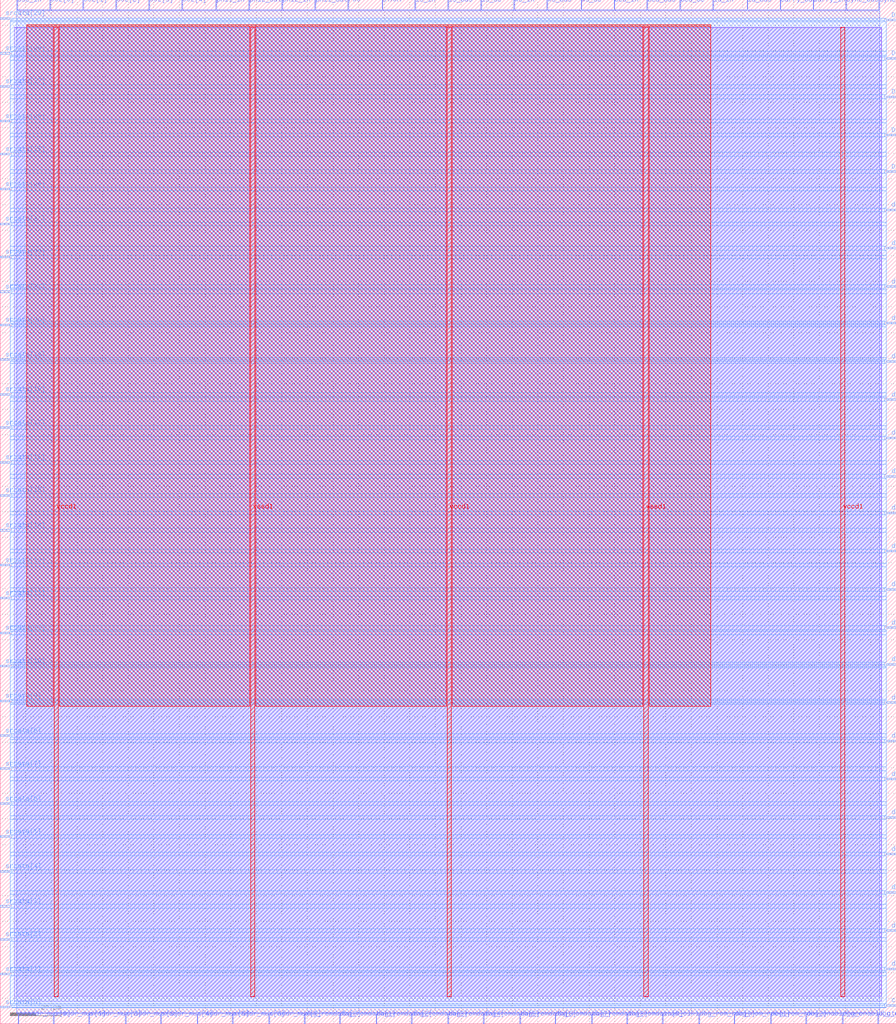
<source format=lef>
VERSION 5.7 ;
  NOWIREEXTENSIONATPIN ON ;
  DIVIDERCHAR "/" ;
  BUSBITCHARS "[]" ;
MACRO hp35_core
  CLASS BLOCK ;
  FOREIGN hp35_core ;
  ORIGIN 0.000 0.000 ;
  SIZE 350.000 BY 400.000 ;
  PIN COL[0]
    DIRECTION INPUT ;
    USE SIGNAL ;
    PORT
      LAYER met2 ;
        RECT 19.410 396.000 19.690 400.000 ;
    END
  END COL[0]
  PIN COL[1]
    DIRECTION INPUT ;
    USE SIGNAL ;
    PORT
      LAYER met2 ;
        RECT 32.290 396.000 32.570 400.000 ;
    END
  END COL[1]
  PIN COL[2]
    DIRECTION INPUT ;
    USE SIGNAL ;
    PORT
      LAYER met2 ;
        RECT 45.170 396.000 45.450 400.000 ;
    END
  END COL[2]
  PIN COL[3]
    DIRECTION INPUT ;
    USE SIGNAL ;
    PORT
      LAYER met2 ;
        RECT 58.050 396.000 58.330 400.000 ;
    END
  END COL[3]
  PIN COL[4]
    DIRECTION INPUT ;
    USE SIGNAL ;
    PORT
      LAYER met2 ;
        RECT 70.930 396.000 71.210 400.000 ;
    END
  END COL[4]
  PIN DD[0]
    DIRECTION OUTPUT TRISTATE ;
    USE SIGNAL ;
    PORT
      LAYER met3 ;
        RECT 346.000 332.560 350.000 333.160 ;
    END
  END DD[0]
  PIN DD[1]
    DIRECTION OUTPUT TRISTATE ;
    USE SIGNAL ;
    PORT
      LAYER met3 ;
        RECT 346.000 346.840 350.000 347.440 ;
    END
  END DD[1]
  PIN DD[2]
    DIRECTION OUTPUT TRISTATE ;
    USE SIGNAL ;
    PORT
      LAYER met3 ;
        RECT 346.000 361.800 350.000 362.400 ;
    END
  END DD[2]
  PIN DD[3]
    DIRECTION OUTPUT TRISTATE ;
    USE SIGNAL ;
    PORT
      LAYER met3 ;
        RECT 346.000 376.760 350.000 377.360 ;
    END
  END DD[3]
  PIN DD[4]
    DIRECTION OUTPUT TRISTATE ;
    USE SIGNAL ;
    PORT
      LAYER met3 ;
        RECT 346.000 391.720 350.000 392.320 ;
    END
  END DD[4]
  PIN PWO
    DIRECTION INPUT ;
    USE SIGNAL ;
    PORT
      LAYER met2 ;
        RECT 135.790 396.000 136.070 400.000 ;
    END
  END PWO
  PIN START
    DIRECTION OUTPUT TRISTATE ;
    USE SIGNAL ;
    PORT
      LAYER met2 ;
        RECT 149.130 396.000 149.410 400.000 ;
    END
  END START
  PIN bcd_bus
    DIRECTION OUTPUT TRISTATE ;
    USE SIGNAL ;
    PORT
      LAYER met2 ;
        RECT 252.630 396.000 252.910 400.000 ;
    END
  END bcd_bus
  PIN bcd_in
    DIRECTION INPUT ;
    USE SIGNAL ;
    PORT
      LAYER met2 ;
        RECT 239.750 396.000 240.030 400.000 ;
    END
  END bcd_in
  PIN bcd_oe
    DIRECTION OUTPUT TRISTATE ;
    USE SIGNAL ;
    PORT
      LAYER met2 ;
        RECT 265.510 396.000 265.790 400.000 ;
    END
  END bcd_oe
  PIN carry_bus
    DIRECTION OUTPUT TRISTATE ;
    USE SIGNAL ;
    PORT
      LAYER met2 ;
        RECT 304.610 396.000 304.890 400.000 ;
    END
  END carry_bus
  PIN carry_in
    DIRECTION INPUT ;
    USE SIGNAL ;
    PORT
      LAYER met2 ;
        RECT 317.490 396.000 317.770 400.000 ;
    END
  END carry_in
  PIN cdiv_rst
    DIRECTION INPUT ;
    USE SIGNAL ;
    PORT
      LAYER met3 ;
        RECT 346.000 6.840 350.000 7.440 ;
    END
  END cdiv_rst
  PIN dbg_arc_a1
    DIRECTION OUTPUT TRISTATE ;
    USE SIGNAL ;
    PORT
      LAYER met3 ;
        RECT 346.000 228.520 350.000 229.120 ;
    END
  END dbg_arc_a1
  PIN dbg_arc_b1
    DIRECTION OUTPUT TRISTATE ;
    USE SIGNAL ;
    PORT
      LAYER met3 ;
        RECT 346.000 243.480 350.000 244.080 ;
    END
  END dbg_arc_b1
  PIN dbg_arc_dummy
    DIRECTION INPUT ;
    USE SIGNAL ;
    PORT
      LAYER met3 ;
        RECT 346.000 184.320 350.000 184.920 ;
    END
  END dbg_arc_dummy
  PIN dbg_arc_t1
    DIRECTION OUTPUT TRISTATE ;
    USE SIGNAL ;
    PORT
      LAYER met3 ;
        RECT 346.000 199.280 350.000 199.880 ;
    END
  END dbg_arc_t1
  PIN dbg_arc_t4
    DIRECTION OUTPUT TRISTATE ;
    USE SIGNAL ;
    PORT
      LAYER met3 ;
        RECT 346.000 213.560 350.000 214.160 ;
    END
  END dbg_arc_t4
  PIN dbg_ctc_kdn
    DIRECTION OUTPUT TRISTATE ;
    USE SIGNAL ;
    PORT
      LAYER met3 ;
        RECT 346.000 80.280 350.000 80.880 ;
    END
  END dbg_ctc_kdn
  PIN dbg_ctc_q[0]
    DIRECTION OUTPUT TRISTATE ;
    USE SIGNAL ;
    PORT
      LAYER met3 ;
        RECT 346.000 95.240 350.000 95.840 ;
    END
  END dbg_ctc_q[0]
  PIN dbg_ctc_q[1]
    DIRECTION OUTPUT TRISTATE ;
    USE SIGNAL ;
    PORT
      LAYER met3 ;
        RECT 346.000 110.200 350.000 110.800 ;
    END
  END dbg_ctc_q[1]
  PIN dbg_ctc_q[2]
    DIRECTION OUTPUT TRISTATE ;
    USE SIGNAL ;
    PORT
      LAYER met3 ;
        RECT 346.000 125.160 350.000 125.760 ;
    END
  END dbg_ctc_q[2]
  PIN dbg_ctc_q[3]
    DIRECTION OUTPUT TRISTATE ;
    USE SIGNAL ;
    PORT
      LAYER met3 ;
        RECT 346.000 140.120 350.000 140.720 ;
    END
  END dbg_ctc_q[3]
  PIN dbg_ctc_q[4]
    DIRECTION OUTPUT TRISTATE ;
    USE SIGNAL ;
    PORT
      LAYER met3 ;
        RECT 346.000 154.400 350.000 155.000 ;
    END
  END dbg_ctc_q[4]
  PIN dbg_ctc_q[5]
    DIRECTION OUTPUT TRISTATE ;
    USE SIGNAL ;
    PORT
      LAYER met3 ;
        RECT 346.000 169.360 350.000 169.960 ;
    END
  END dbg_ctc_q[5]
  PIN dbg_ctc_state1
    DIRECTION OUTPUT TRISTATE ;
    USE SIGNAL ;
    PORT
      LAYER met3 ;
        RECT 346.000 66.000 350.000 66.600 ;
    END
  END dbg_ctc_state1
  PIN dbg_dsbf[0]
    DIRECTION OUTPUT TRISTATE ;
    USE SIGNAL ;
    PORT
      LAYER met3 ;
        RECT 346.000 258.440 350.000 259.040 ;
    END
  END dbg_dsbf[0]
  PIN dbg_dsbf[1]
    DIRECTION OUTPUT TRISTATE ;
    USE SIGNAL ;
    PORT
      LAYER met3 ;
        RECT 346.000 273.400 350.000 274.000 ;
    END
  END dbg_dsbf[1]
  PIN dbg_dsbf[2]
    DIRECTION OUTPUT TRISTATE ;
    USE SIGNAL ;
    PORT
      LAYER met3 ;
        RECT 346.000 287.680 350.000 288.280 ;
    END
  END dbg_dsbf[2]
  PIN dbg_dsbf[3]
    DIRECTION OUTPUT TRISTATE ;
    USE SIGNAL ;
    PORT
      LAYER met3 ;
        RECT 346.000 302.640 350.000 303.240 ;
    END
  END dbg_dsbf[3]
  PIN dbg_dsbf[4]
    DIRECTION OUTPUT TRISTATE ;
    USE SIGNAL ;
    PORT
      LAYER met3 ;
        RECT 346.000 317.600 350.000 318.200 ;
    END
  END dbg_dsbf[4]
  PIN dbg_enable_arc
    DIRECTION INPUT ;
    USE SIGNAL ;
    PORT
      LAYER met2 ;
        RECT 314.730 0.000 315.010 4.000 ;
    END
  END dbg_enable_arc
  PIN dbg_enable_ctc
    DIRECTION INPUT ;
    USE SIGNAL ;
    PORT
      LAYER met2 ;
        RECT 328.990 0.000 329.270 4.000 ;
    END
  END dbg_enable_ctc
  PIN dbg_enable_rom
    DIRECTION INPUT ;
    USE SIGNAL ;
    PORT
      LAYER met2 ;
        RECT 342.790 0.000 343.070 4.000 ;
    END
  END dbg_enable_rom
  PIN dbg_force_data
    DIRECTION INPUT ;
    USE SIGNAL ;
    PORT
      LAYER met3 ;
        RECT 346.000 36.080 350.000 36.680 ;
    END
  END dbg_force_data
  PIN dbg_internal_cdiv
    DIRECTION INPUT ;
    USE SIGNAL ;
    PORT
      LAYER met3 ;
        RECT 346.000 21.120 350.000 21.720 ;
    END
  END dbg_internal_cdiv
  PIN dbg_rom_roe[0]
    DIRECTION OUTPUT TRISTATE ;
    USE SIGNAL ;
    PORT
      LAYER met2 ;
        RECT 272.870 0.000 273.150 4.000 ;
    END
  END dbg_rom_roe[0]
  PIN dbg_rom_roe[1]
    DIRECTION OUTPUT TRISTATE ;
    USE SIGNAL ;
    PORT
      LAYER met2 ;
        RECT 286.670 0.000 286.950 4.000 ;
    END
  END dbg_rom_roe[1]
  PIN dbg_rom_roe[2]
    DIRECTION OUTPUT TRISTATE ;
    USE SIGNAL ;
    PORT
      LAYER met2 ;
        RECT 300.930 0.000 301.210 4.000 ;
    END
  END dbg_rom_roe[2]
  PIN dbg_romdata[0]
    DIRECTION INPUT ;
    USE SIGNAL ;
    PORT
      LAYER met2 ;
        RECT 118.770 0.000 119.050 4.000 ;
    END
  END dbg_romdata[0]
  PIN dbg_romdata[1]
    DIRECTION INPUT ;
    USE SIGNAL ;
    PORT
      LAYER met2 ;
        RECT 132.570 0.000 132.850 4.000 ;
    END
  END dbg_romdata[1]
  PIN dbg_romdata[2]
    DIRECTION INPUT ;
    USE SIGNAL ;
    PORT
      LAYER met2 ;
        RECT 146.830 0.000 147.110 4.000 ;
    END
  END dbg_romdata[2]
  PIN dbg_romdata[3]
    DIRECTION INPUT ;
    USE SIGNAL ;
    PORT
      LAYER met2 ;
        RECT 160.630 0.000 160.910 4.000 ;
    END
  END dbg_romdata[3]
  PIN dbg_romdata[4]
    DIRECTION INPUT ;
    USE SIGNAL ;
    PORT
      LAYER met2 ;
        RECT 174.890 0.000 175.170 4.000 ;
    END
  END dbg_romdata[4]
  PIN dbg_romdata[5]
    DIRECTION INPUT ;
    USE SIGNAL ;
    PORT
      LAYER met2 ;
        RECT 188.690 0.000 188.970 4.000 ;
    END
  END dbg_romdata[5]
  PIN dbg_romdata[6]
    DIRECTION INPUT ;
    USE SIGNAL ;
    PORT
      LAYER met2 ;
        RECT 202.950 0.000 203.230 4.000 ;
    END
  END dbg_romdata[6]
  PIN dbg_romdata[7]
    DIRECTION INPUT ;
    USE SIGNAL ;
    PORT
      LAYER met2 ;
        RECT 216.750 0.000 217.030 4.000 ;
    END
  END dbg_romdata[7]
  PIN dbg_romdata[8]
    DIRECTION INPUT ;
    USE SIGNAL ;
    PORT
      LAYER met2 ;
        RECT 231.010 0.000 231.290 4.000 ;
    END
  END dbg_romdata[8]
  PIN dbg_romdata[9]
    DIRECTION INPUT ;
    USE SIGNAL ;
    PORT
      LAYER met2 ;
        RECT 244.810 0.000 245.090 4.000 ;
    END
  END dbg_romdata[9]
  PIN dbg_sram_csb1
    DIRECTION INPUT ;
    USE SIGNAL ;
    PORT
      LAYER met3 ;
        RECT 346.000 51.040 350.000 51.640 ;
    END
  END dbg_sram_csb1
  PIN ia_bus
    DIRECTION OUTPUT TRISTATE ;
    USE SIGNAL ;
    PORT
      LAYER met2 ;
        RECT 291.730 396.000 292.010 400.000 ;
    END
  END ia_bus
  PIN ia_in
    DIRECTION INPUT ;
    USE SIGNAL ;
    PORT
      LAYER met2 ;
        RECT 278.390 396.000 278.670 400.000 ;
    END
  END ia_in
  PIN is_bus
    DIRECTION OUTPUT TRISTATE ;
    USE SIGNAL ;
    PORT
      LAYER met2 ;
        RECT 174.890 396.000 175.170 400.000 ;
    END
  END is_bus
  PIN is_in
    DIRECTION INPUT ;
    USE SIGNAL ;
    PORT
      LAYER met2 ;
        RECT 162.010 396.000 162.290 400.000 ;
    END
  END is_in
  PIN is_oe
    DIRECTION OUTPUT TRISTATE ;
    USE SIGNAL ;
    PORT
      LAYER met2 ;
        RECT 187.770 396.000 188.050 400.000 ;
    END
  END is_oe
  PIN osc_in
    DIRECTION INPUT ;
    USE SIGNAL ;
    PORT
      LAYER met2 ;
        RECT 6.530 396.000 6.810 400.000 ;
    END
  END osc_in
  PIN phi1_in
    DIRECTION INPUT ;
    USE SIGNAL ;
    PORT
      LAYER met2 ;
        RECT 84.270 396.000 84.550 400.000 ;
    END
  END phi1_in
  PIN phi1_out
    DIRECTION OUTPUT TRISTATE ;
    USE SIGNAL ;
    PORT
      LAYER met2 ;
        RECT 122.910 396.000 123.190 400.000 ;
    END
  END phi1_out
  PIN phi2_in
    DIRECTION INPUT ;
    USE SIGNAL ;
    PORT
      LAYER met2 ;
        RECT 110.030 396.000 110.310 400.000 ;
    END
  END phi2_in
  PIN phi2_out
    DIRECTION OUTPUT TRISTATE ;
    USE SIGNAL ;
    PORT
      LAYER met2 ;
        RECT 97.150 396.000 97.430 400.000 ;
    END
  END phi2_out
  PIN sraddr_mux[0]
    DIRECTION OUTPUT TRISTATE ;
    USE SIGNAL ;
    PORT
      LAYER met2 ;
        RECT 6.990 0.000 7.270 4.000 ;
    END
  END sraddr_mux[0]
  PIN sraddr_mux[1]
    DIRECTION OUTPUT TRISTATE ;
    USE SIGNAL ;
    PORT
      LAYER met2 ;
        RECT 20.790 0.000 21.070 4.000 ;
    END
  END sraddr_mux[1]
  PIN sraddr_mux[2]
    DIRECTION OUTPUT TRISTATE ;
    USE SIGNAL ;
    PORT
      LAYER met2 ;
        RECT 34.590 0.000 34.870 4.000 ;
    END
  END sraddr_mux[2]
  PIN sraddr_mux[3]
    DIRECTION OUTPUT TRISTATE ;
    USE SIGNAL ;
    PORT
      LAYER met2 ;
        RECT 48.850 0.000 49.130 4.000 ;
    END
  END sraddr_mux[3]
  PIN sraddr_mux[4]
    DIRECTION OUTPUT TRISTATE ;
    USE SIGNAL ;
    PORT
      LAYER met2 ;
        RECT 62.650 0.000 62.930 4.000 ;
    END
  END sraddr_mux[4]
  PIN sraddr_mux[5]
    DIRECTION OUTPUT TRISTATE ;
    USE SIGNAL ;
    PORT
      LAYER met2 ;
        RECT 76.910 0.000 77.190 4.000 ;
    END
  END sraddr_mux[5]
  PIN sraddr_mux[6]
    DIRECTION OUTPUT TRISTATE ;
    USE SIGNAL ;
    PORT
      LAYER met2 ;
        RECT 90.710 0.000 90.990 4.000 ;
    END
  END sraddr_mux[6]
  PIN sraddr_mux[7]
    DIRECTION OUTPUT TRISTATE ;
    USE SIGNAL ;
    PORT
      LAYER met2 ;
        RECT 104.970 0.000 105.250 4.000 ;
    END
  END sraddr_mux[7]
  PIN sram_clk1
    DIRECTION OUTPUT TRISTATE ;
    USE SIGNAL ;
    PORT
      LAYER met2 ;
        RECT 258.610 0.000 258.890 4.000 ;
    END
  END sram_clk1
  PIN srdata[0]
    DIRECTION INPUT ;
    USE SIGNAL ;
    PORT
      LAYER met3 ;
        RECT 0.000 6.160 4.000 6.760 ;
    END
  END srdata[0]
  PIN srdata[10]
    DIRECTION INPUT ;
    USE SIGNAL ;
    PORT
      LAYER met3 ;
        RECT 0.000 139.440 4.000 140.040 ;
    END
  END srdata[10]
  PIN srdata[11]
    DIRECTION INPUT ;
    USE SIGNAL ;
    PORT
      LAYER met3 ;
        RECT 0.000 152.360 4.000 152.960 ;
    END
  END srdata[11]
  PIN srdata[12]
    DIRECTION INPUT ;
    USE SIGNAL ;
    PORT
      LAYER met3 ;
        RECT 0.000 165.960 4.000 166.560 ;
    END
  END srdata[12]
  PIN srdata[13]
    DIRECTION INPUT ;
    USE SIGNAL ;
    PORT
      LAYER met3 ;
        RECT 0.000 178.880 4.000 179.480 ;
    END
  END srdata[13]
  PIN srdata[14]
    DIRECTION INPUT ;
    USE SIGNAL ;
    PORT
      LAYER met3 ;
        RECT 0.000 192.480 4.000 193.080 ;
    END
  END srdata[14]
  PIN srdata[15]
    DIRECTION INPUT ;
    USE SIGNAL ;
    PORT
      LAYER met3 ;
        RECT 0.000 206.080 4.000 206.680 ;
    END
  END srdata[15]
  PIN srdata[16]
    DIRECTION INPUT ;
    USE SIGNAL ;
    PORT
      LAYER met3 ;
        RECT 0.000 219.000 4.000 219.600 ;
    END
  END srdata[16]
  PIN srdata[17]
    DIRECTION INPUT ;
    USE SIGNAL ;
    PORT
      LAYER met3 ;
        RECT 0.000 232.600 4.000 233.200 ;
    END
  END srdata[17]
  PIN srdata[18]
    DIRECTION INPUT ;
    USE SIGNAL ;
    PORT
      LAYER met3 ;
        RECT 0.000 245.520 4.000 246.120 ;
    END
  END srdata[18]
  PIN srdata[19]
    DIRECTION INPUT ;
    USE SIGNAL ;
    PORT
      LAYER met3 ;
        RECT 0.000 259.120 4.000 259.720 ;
    END
  END srdata[19]
  PIN srdata[1]
    DIRECTION INPUT ;
    USE SIGNAL ;
    PORT
      LAYER met3 ;
        RECT 0.000 19.080 4.000 19.680 ;
    END
  END srdata[1]
  PIN srdata[20]
    DIRECTION INPUT ;
    USE SIGNAL ;
    PORT
      LAYER met3 ;
        RECT 0.000 272.720 4.000 273.320 ;
    END
  END srdata[20]
  PIN srdata[21]
    DIRECTION INPUT ;
    USE SIGNAL ;
    PORT
      LAYER met3 ;
        RECT 0.000 285.640 4.000 286.240 ;
    END
  END srdata[21]
  PIN srdata[22]
    DIRECTION INPUT ;
    USE SIGNAL ;
    PORT
      LAYER met3 ;
        RECT 0.000 299.240 4.000 299.840 ;
    END
  END srdata[22]
  PIN srdata[23]
    DIRECTION INPUT ;
    USE SIGNAL ;
    PORT
      LAYER met3 ;
        RECT 0.000 312.160 4.000 312.760 ;
    END
  END srdata[23]
  PIN srdata[24]
    DIRECTION INPUT ;
    USE SIGNAL ;
    PORT
      LAYER met3 ;
        RECT 0.000 325.760 4.000 326.360 ;
    END
  END srdata[24]
  PIN srdata[25]
    DIRECTION INPUT ;
    USE SIGNAL ;
    PORT
      LAYER met3 ;
        RECT 0.000 339.360 4.000 339.960 ;
    END
  END srdata[25]
  PIN srdata[26]
    DIRECTION INPUT ;
    USE SIGNAL ;
    PORT
      LAYER met3 ;
        RECT 0.000 352.280 4.000 352.880 ;
    END
  END srdata[26]
  PIN srdata[27]
    DIRECTION INPUT ;
    USE SIGNAL ;
    PORT
      LAYER met3 ;
        RECT 0.000 365.880 4.000 366.480 ;
    END
  END srdata[27]
  PIN srdata[28]
    DIRECTION INPUT ;
    USE SIGNAL ;
    PORT
      LAYER met3 ;
        RECT 0.000 378.800 4.000 379.400 ;
    END
  END srdata[28]
  PIN srdata[29]
    DIRECTION INPUT ;
    USE SIGNAL ;
    PORT
      LAYER met3 ;
        RECT 0.000 392.400 4.000 393.000 ;
    END
  END srdata[29]
  PIN srdata[2]
    DIRECTION INPUT ;
    USE SIGNAL ;
    PORT
      LAYER met3 ;
        RECT 0.000 32.680 4.000 33.280 ;
    END
  END srdata[2]
  PIN srdata[3]
    DIRECTION INPUT ;
    USE SIGNAL ;
    PORT
      LAYER met3 ;
        RECT 0.000 45.600 4.000 46.200 ;
    END
  END srdata[3]
  PIN srdata[4]
    DIRECTION INPUT ;
    USE SIGNAL ;
    PORT
      LAYER met3 ;
        RECT 0.000 59.200 4.000 59.800 ;
    END
  END srdata[4]
  PIN srdata[5]
    DIRECTION INPUT ;
    USE SIGNAL ;
    PORT
      LAYER met3 ;
        RECT 0.000 72.800 4.000 73.400 ;
    END
  END srdata[5]
  PIN srdata[6]
    DIRECTION INPUT ;
    USE SIGNAL ;
    PORT
      LAYER met3 ;
        RECT 0.000 85.720 4.000 86.320 ;
    END
  END srdata[6]
  PIN srdata[7]
    DIRECTION INPUT ;
    USE SIGNAL ;
    PORT
      LAYER met3 ;
        RECT 0.000 99.320 4.000 99.920 ;
    END
  END srdata[7]
  PIN srdata[8]
    DIRECTION INPUT ;
    USE SIGNAL ;
    PORT
      LAYER met3 ;
        RECT 0.000 112.240 4.000 112.840 ;
    END
  END srdata[8]
  PIN srdata[9]
    DIRECTION INPUT ;
    USE SIGNAL ;
    PORT
      LAYER met3 ;
        RECT 0.000 125.840 4.000 126.440 ;
    END
  END srdata[9]
  PIN sync_bus
    DIRECTION OUTPUT TRISTATE ;
    USE SIGNAL ;
    PORT
      LAYER met2 ;
        RECT 330.370 396.000 330.650 400.000 ;
    END
  END sync_bus
  PIN sync_in
    DIRECTION INPUT ;
    USE SIGNAL ;
    PORT
      LAYER met2 ;
        RECT 343.250 396.000 343.530 400.000 ;
    END
  END sync_in
  PIN vccd1
    DIRECTION INPUT ;
    USE POWER ;
    PORT
      LAYER met4 ;
        RECT 21.040 10.640 22.640 389.200 ;
    END
    PORT
      LAYER met4 ;
        RECT 174.640 10.640 176.240 389.200 ;
    END
    PORT
      LAYER met4 ;
        RECT 328.240 10.640 329.840 389.200 ;
    END
  END vccd1
  PIN vssd1
    DIRECTION INPUT ;
    USE GROUND ;
    PORT
      LAYER met4 ;
        RECT 97.840 10.640 99.440 389.200 ;
    END
    PORT
      LAYER met4 ;
        RECT 251.440 10.640 253.040 389.200 ;
    END
  END vssd1
  PIN ws_bus
    DIRECTION OUTPUT TRISTATE ;
    USE SIGNAL ;
    PORT
      LAYER met2 ;
        RECT 213.530 396.000 213.810 400.000 ;
    END
  END ws_bus
  PIN ws_in
    DIRECTION INPUT ;
    USE SIGNAL ;
    PORT
      LAYER met2 ;
        RECT 200.650 396.000 200.930 400.000 ;
    END
  END ws_in
  PIN ws_oe
    DIRECTION OUTPUT TRISTATE ;
    USE SIGNAL ;
    PORT
      LAYER met2 ;
        RECT 226.870 396.000 227.150 400.000 ;
    END
  END ws_oe
  OBS
      LAYER li1 ;
        RECT 5.520 10.795 344.080 389.045 ;
      LAYER met1 ;
        RECT 5.520 8.880 344.380 389.200 ;
      LAYER met2 ;
        RECT 7.090 395.720 19.130 396.000 ;
        RECT 19.970 395.720 32.010 396.000 ;
        RECT 32.850 395.720 44.890 396.000 ;
        RECT 45.730 395.720 57.770 396.000 ;
        RECT 58.610 395.720 70.650 396.000 ;
        RECT 71.490 395.720 83.990 396.000 ;
        RECT 84.830 395.720 96.870 396.000 ;
        RECT 97.710 395.720 109.750 396.000 ;
        RECT 110.590 395.720 122.630 396.000 ;
        RECT 123.470 395.720 135.510 396.000 ;
        RECT 136.350 395.720 148.850 396.000 ;
        RECT 149.690 395.720 161.730 396.000 ;
        RECT 162.570 395.720 174.610 396.000 ;
        RECT 175.450 395.720 187.490 396.000 ;
        RECT 188.330 395.720 200.370 396.000 ;
        RECT 201.210 395.720 213.250 396.000 ;
        RECT 214.090 395.720 226.590 396.000 ;
        RECT 227.430 395.720 239.470 396.000 ;
        RECT 240.310 395.720 252.350 396.000 ;
        RECT 253.190 395.720 265.230 396.000 ;
        RECT 266.070 395.720 278.110 396.000 ;
        RECT 278.950 395.720 291.450 396.000 ;
        RECT 292.290 395.720 304.330 396.000 ;
        RECT 305.170 395.720 317.210 396.000 ;
        RECT 318.050 395.720 330.090 396.000 ;
        RECT 330.930 395.720 342.970 396.000 ;
        RECT 6.540 4.280 343.520 395.720 ;
        RECT 6.540 4.000 6.710 4.280 ;
        RECT 7.550 4.000 20.510 4.280 ;
        RECT 21.350 4.000 34.310 4.280 ;
        RECT 35.150 4.000 48.570 4.280 ;
        RECT 49.410 4.000 62.370 4.280 ;
        RECT 63.210 4.000 76.630 4.280 ;
        RECT 77.470 4.000 90.430 4.280 ;
        RECT 91.270 4.000 104.690 4.280 ;
        RECT 105.530 4.000 118.490 4.280 ;
        RECT 119.330 4.000 132.290 4.280 ;
        RECT 133.130 4.000 146.550 4.280 ;
        RECT 147.390 4.000 160.350 4.280 ;
        RECT 161.190 4.000 174.610 4.280 ;
        RECT 175.450 4.000 188.410 4.280 ;
        RECT 189.250 4.000 202.670 4.280 ;
        RECT 203.510 4.000 216.470 4.280 ;
        RECT 217.310 4.000 230.730 4.280 ;
        RECT 231.570 4.000 244.530 4.280 ;
        RECT 245.370 4.000 258.330 4.280 ;
        RECT 259.170 4.000 272.590 4.280 ;
        RECT 273.430 4.000 286.390 4.280 ;
        RECT 287.230 4.000 300.650 4.280 ;
        RECT 301.490 4.000 314.450 4.280 ;
        RECT 315.290 4.000 328.710 4.280 ;
        RECT 329.550 4.000 342.510 4.280 ;
        RECT 343.350 4.000 343.520 4.280 ;
      LAYER met3 ;
        RECT 4.400 392.720 346.000 392.865 ;
        RECT 4.400 392.000 345.600 392.720 ;
        RECT 4.000 391.320 345.600 392.000 ;
        RECT 4.000 379.800 346.000 391.320 ;
        RECT 4.400 378.400 346.000 379.800 ;
        RECT 4.000 377.760 346.000 378.400 ;
        RECT 4.000 376.360 345.600 377.760 ;
        RECT 4.000 366.880 346.000 376.360 ;
        RECT 4.400 365.480 346.000 366.880 ;
        RECT 4.000 362.800 346.000 365.480 ;
        RECT 4.000 361.400 345.600 362.800 ;
        RECT 4.000 353.280 346.000 361.400 ;
        RECT 4.400 351.880 346.000 353.280 ;
        RECT 4.000 347.840 346.000 351.880 ;
        RECT 4.000 346.440 345.600 347.840 ;
        RECT 4.000 340.360 346.000 346.440 ;
        RECT 4.400 338.960 346.000 340.360 ;
        RECT 4.000 333.560 346.000 338.960 ;
        RECT 4.000 332.160 345.600 333.560 ;
        RECT 4.000 326.760 346.000 332.160 ;
        RECT 4.400 325.360 346.000 326.760 ;
        RECT 4.000 318.600 346.000 325.360 ;
        RECT 4.000 317.200 345.600 318.600 ;
        RECT 4.000 313.160 346.000 317.200 ;
        RECT 4.400 311.760 346.000 313.160 ;
        RECT 4.000 303.640 346.000 311.760 ;
        RECT 4.000 302.240 345.600 303.640 ;
        RECT 4.000 300.240 346.000 302.240 ;
        RECT 4.400 298.840 346.000 300.240 ;
        RECT 4.000 288.680 346.000 298.840 ;
        RECT 4.000 287.280 345.600 288.680 ;
        RECT 4.000 286.640 346.000 287.280 ;
        RECT 4.400 285.240 346.000 286.640 ;
        RECT 4.000 274.400 346.000 285.240 ;
        RECT 4.000 273.720 345.600 274.400 ;
        RECT 4.400 273.000 345.600 273.720 ;
        RECT 4.400 272.320 346.000 273.000 ;
        RECT 4.000 260.120 346.000 272.320 ;
        RECT 4.400 259.440 346.000 260.120 ;
        RECT 4.400 258.720 345.600 259.440 ;
        RECT 4.000 258.040 345.600 258.720 ;
        RECT 4.000 246.520 346.000 258.040 ;
        RECT 4.400 245.120 346.000 246.520 ;
        RECT 4.000 244.480 346.000 245.120 ;
        RECT 4.000 243.080 345.600 244.480 ;
        RECT 4.000 233.600 346.000 243.080 ;
        RECT 4.400 232.200 346.000 233.600 ;
        RECT 4.000 229.520 346.000 232.200 ;
        RECT 4.000 228.120 345.600 229.520 ;
        RECT 4.000 220.000 346.000 228.120 ;
        RECT 4.400 218.600 346.000 220.000 ;
        RECT 4.000 214.560 346.000 218.600 ;
        RECT 4.000 213.160 345.600 214.560 ;
        RECT 4.000 207.080 346.000 213.160 ;
        RECT 4.400 205.680 346.000 207.080 ;
        RECT 4.000 200.280 346.000 205.680 ;
        RECT 4.000 198.880 345.600 200.280 ;
        RECT 4.000 193.480 346.000 198.880 ;
        RECT 4.400 192.080 346.000 193.480 ;
        RECT 4.000 185.320 346.000 192.080 ;
        RECT 4.000 183.920 345.600 185.320 ;
        RECT 4.000 179.880 346.000 183.920 ;
        RECT 4.400 178.480 346.000 179.880 ;
        RECT 4.000 170.360 346.000 178.480 ;
        RECT 4.000 168.960 345.600 170.360 ;
        RECT 4.000 166.960 346.000 168.960 ;
        RECT 4.400 165.560 346.000 166.960 ;
        RECT 4.000 155.400 346.000 165.560 ;
        RECT 4.000 154.000 345.600 155.400 ;
        RECT 4.000 153.360 346.000 154.000 ;
        RECT 4.400 151.960 346.000 153.360 ;
        RECT 4.000 141.120 346.000 151.960 ;
        RECT 4.000 140.440 345.600 141.120 ;
        RECT 4.400 139.720 345.600 140.440 ;
        RECT 4.400 139.040 346.000 139.720 ;
        RECT 4.000 126.840 346.000 139.040 ;
        RECT 4.400 126.160 346.000 126.840 ;
        RECT 4.400 125.440 345.600 126.160 ;
        RECT 4.000 124.760 345.600 125.440 ;
        RECT 4.000 113.240 346.000 124.760 ;
        RECT 4.400 111.840 346.000 113.240 ;
        RECT 4.000 111.200 346.000 111.840 ;
        RECT 4.000 109.800 345.600 111.200 ;
        RECT 4.000 100.320 346.000 109.800 ;
        RECT 4.400 98.920 346.000 100.320 ;
        RECT 4.000 96.240 346.000 98.920 ;
        RECT 4.000 94.840 345.600 96.240 ;
        RECT 4.000 86.720 346.000 94.840 ;
        RECT 4.400 85.320 346.000 86.720 ;
        RECT 4.000 81.280 346.000 85.320 ;
        RECT 4.000 79.880 345.600 81.280 ;
        RECT 4.000 73.800 346.000 79.880 ;
        RECT 4.400 72.400 346.000 73.800 ;
        RECT 4.000 67.000 346.000 72.400 ;
        RECT 4.000 65.600 345.600 67.000 ;
        RECT 4.000 60.200 346.000 65.600 ;
        RECT 4.400 58.800 346.000 60.200 ;
        RECT 4.000 52.040 346.000 58.800 ;
        RECT 4.000 50.640 345.600 52.040 ;
        RECT 4.000 46.600 346.000 50.640 ;
        RECT 4.400 45.200 346.000 46.600 ;
        RECT 4.000 37.080 346.000 45.200 ;
        RECT 4.000 35.680 345.600 37.080 ;
        RECT 4.000 33.680 346.000 35.680 ;
        RECT 4.400 32.280 346.000 33.680 ;
        RECT 4.000 22.120 346.000 32.280 ;
        RECT 4.000 20.720 345.600 22.120 ;
        RECT 4.000 20.080 346.000 20.720 ;
        RECT 4.400 18.680 346.000 20.080 ;
        RECT 4.000 7.840 346.000 18.680 ;
        RECT 4.000 7.160 345.600 7.840 ;
        RECT 4.400 6.440 345.600 7.160 ;
        RECT 4.400 6.295 346.000 6.440 ;
      LAYER met4 ;
        RECT 10.415 389.600 277.545 390.145 ;
        RECT 10.415 123.935 20.640 389.600 ;
        RECT 23.040 123.935 97.440 389.600 ;
        RECT 99.840 123.935 174.240 389.600 ;
        RECT 176.640 123.935 251.040 389.600 ;
        RECT 253.440 123.935 277.545 389.600 ;
  END
END hp35_core
END LIBRARY


</source>
